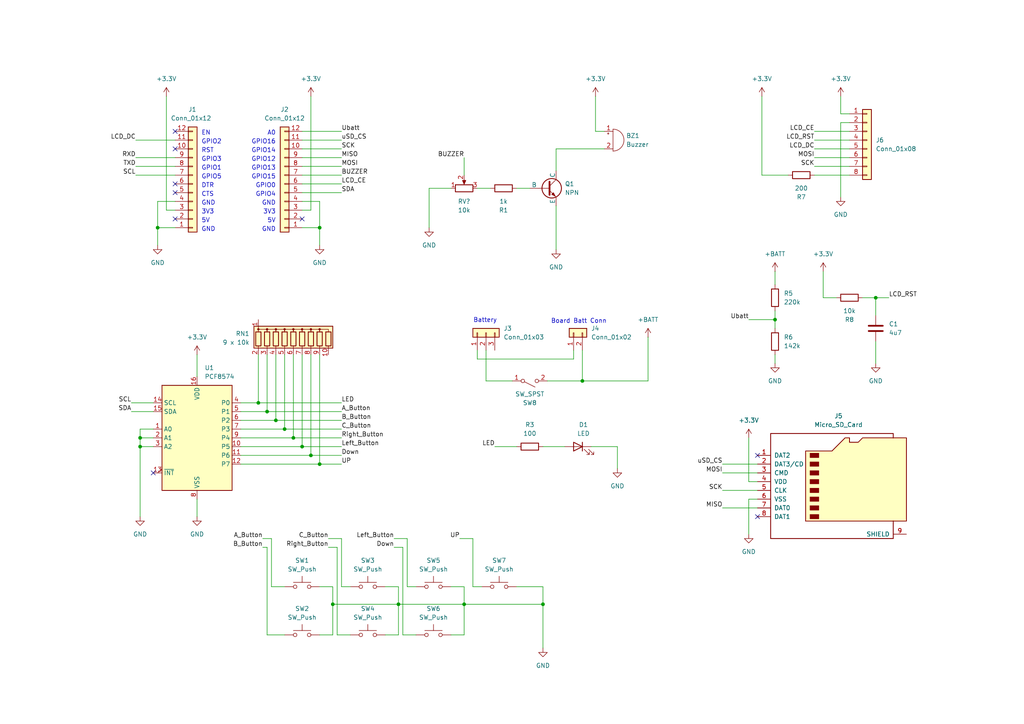
<source format=kicad_sch>
(kicad_sch (version 20250114) (generator "eeschema") (generator_version "9.0")
  (paper "A4")
  (lib_symbols
    (symbol "Connector:Micro_SD_Card" (pin_names (offset 1.016))
      (property "Reference" "J" (at -16.51 15.24 0))
      (property "Value" "Micro_SD_Card" (at 16.51 15.24 0))
      (symbol "Micro_SD_Card_0_1"
        (polyline (pts (xy -8.89 -11.43) (xy -8.89 8.89) (xy -1.27 8.89) (xy 2.54 12.7) (xy 3.81 12.7) (xy 3.81 11.43) (xy 6.35 11.43) (xy 7.62 12.7) (xy 20.32 12.7) (xy 20.32 -11.43) (xy -8.89 -11.43)) (stroke (width 0.254)) (fill (type background)))
        (rectangle (start -7.62 8.255) (end -5.08 6.985) (fill (type outline)))
        (rectangle (start -7.62 5.715) (end -5.08 4.445) (fill (type outline)))
        (rectangle (start -7.62 3.175) (end -5.08 1.905) (fill (type outline)))
        (rectangle (start -7.62 0.635) (end -5.08 -0.635) (fill (type outline)))
        (rectangle (start -7.62 -1.905) (end -5.08 -3.175) (fill (type outline)))
        (rectangle (start -7.62 -4.445) (end -5.08 -5.715) (fill (type outline)))
        (rectangle (start -7.62 -6.985) (end -5.08 -8.255) (fill (type outline)))
        (rectangle (start -7.62 -9.525) (end -5.08 -10.795) (fill (type outline)))
        (polyline (pts (xy 16.51 12.7) (xy 16.51 13.97) (xy -19.05 13.97) (xy -19.05 -16.51) (xy 16.51 -16.51) (xy 16.51 -11.43)) (stroke (width 0.254)))
      )
      (symbol "Micro_SD_Card_1_1"
        (pin bidirectional line (at -22.86 7.62 0) (length 3.81) (name "DAT2") (number "1"))
        (pin bidirectional line (at -22.86 5.08 0) (length 3.81) (name "DAT3/CD") (number "2"))
        (pin input line (at -22.86 2.54 0) (length 3.81) (name "CMD") (number "3"))
        (pin power_in line (at -22.86 0 0) (length 3.81) (name "VDD") (number "4"))
        (pin input line (at -22.86 -2.54 0) (length 3.81) (name "CLK") (number "5"))
        (pin power_in line (at -22.86 -5.08 0) (length 3.81) (name "VSS") (number "6"))
        (pin bidirectional line (at -22.86 -7.62 0) (length 3.81) (name "DAT0") (number "7"))
        (pin bidirectional line (at -22.86 -10.16 0) (length 3.81) (name "DAT1") (number "8"))
        (pin passive line (at 20.32 -15.24 180) (length 3.81) (name "SHIELD") (number "9"))
      )
    )
    (symbol "Connector_Generic:Conn_01x02" (pin_names (offset 1.016) (hide yes))
      (property "Reference" "J" (at 0 2.54 0))
      (property "Value" "Conn_01x02" (at 0 -5.08 0))
      (symbol "Conn_01x02_1_1"
        (rectangle (start -1.27 1.27) (end 1.27 -3.81) (stroke (width 0.254)) (fill (type background)))
        (rectangle (start -1.27 0.127) (end 0 -0.127) (stroke (width 0.1524)))
        (rectangle (start -1.27 -2.413) (end 0 -2.667) (stroke (width 0.1524)))
        (pin passive line (at -5.08 0 0) (length 3.81) (name "Pin_1") (number "1"))
        (pin passive line (at -5.08 -2.54 0) (length 3.81) (name "Pin_2") (number "2"))
      )
    )
    (symbol "Connector_Generic:Conn_01x03" (pin_names (offset 1.016) (hide yes))
      (property "Reference" "J" (at 0 5.08 0))
      (property "Value" "Conn_01x03" (at 0 -5.08 0))
      (symbol "Conn_01x03_1_1"
        (rectangle (start -1.27 3.81) (end 1.27 -3.81) (stroke (width 0.254)) (fill (type background)))
        (rectangle (start -1.27 2.667) (end 0 2.413) (stroke (width 0.1524)))
        (rectangle (start -1.27 0.127) (end 0 -0.127) (stroke (width 0.1524)))
        (rectangle (start -1.27 -2.413) (end 0 -2.667) (stroke (width 0.1524)))
        (pin passive line (at -5.08 2.54 0) (length 3.81) (name "Pin_1") (number "1"))
        (pin passive line (at -5.08 0 0) (length 3.81) (name "Pin_2") (number "2"))
        (pin passive line (at -5.08 -2.54 0) (length 3.81) (name "Pin_3") (number "3"))
      )
    )
    (symbol "Connector_Generic:Conn_01x08" (pin_names (offset 1.016) (hide yes))
      (property "Reference" "J" (at 0 10.16 0))
      (property "Value" "Conn_01x08" (at 0 -12.7 0))
      (symbol "Conn_01x08_1_1"
        (rectangle (start -1.27 8.89) (end 1.27 -11.43) (stroke (width 0.254)) (fill (type background)))
        (rectangle (start -1.27 7.747) (end 0 7.493) (stroke (width 0.1524)))
        (rectangle (start -1.27 5.207) (end 0 4.953) (stroke (width 0.1524)))
        (rectangle (start -1.27 2.667) (end 0 2.413) (stroke (width 0.1524)))
        (rectangle (start -1.27 0.127) (end 0 -0.127) (stroke (width 0.1524)))
        (rectangle (start -1.27 -2.413) (end 0 -2.667) (stroke (width 0.1524)))
        (rectangle (start -1.27 -4.953) (end 0 -5.207) (stroke (width 0.1524)))
        (rectangle (start -1.27 -7.493) (end 0 -7.747) (stroke (width 0.1524)))
        (rectangle (start -1.27 -10.033) (end 0 -10.287) (stroke (width 0.1524)))
        (pin passive line (at -5.08 7.62 0) (length 3.81) (name "Pin_1") (number "1"))
        (pin passive line (at -5.08 5.08 0) (length 3.81) (name "Pin_2") (number "2"))
        (pin passive line (at -5.08 2.54 0) (length 3.81) (name "Pin_3") (number "3"))
        (pin passive line (at -5.08 0 0) (length 3.81) (name "Pin_4") (number "4"))
        (pin passive line (at -5.08 -2.54 0) (length 3.81) (name "Pin_5") (number "5"))
        (pin passive line (at -5.08 -5.08 0) (length 3.81) (name "Pin_6") (number "6"))
        (pin passive line (at -5.08 -7.62 0) (length 3.81) (name "Pin_7") (number "7"))
        (pin passive line (at -5.08 -10.16 0) (length 3.81) (name "Pin_8") (number "8"))
      )
    )
    (symbol "Connector_Generic:Conn_01x12" (pin_names (offset 1.016) (hide yes))
      (property "Reference" "J" (at 0 15.24 0))
      (property "Value" "Conn_01x12" (at 0 -17.78 0))
      (symbol "Conn_01x12_1_1"
        (rectangle (start -1.27 13.97) (end 1.27 -16.51) (stroke (width 0.254)) (fill (type background)))
        (rectangle (start -1.27 12.827) (end 0 12.573) (stroke (width 0.1524)))
        (rectangle (start -1.27 10.287) (end 0 10.033) (stroke (width 0.1524)))
        (rectangle (start -1.27 7.747) (end 0 7.493) (stroke (width 0.1524)))
        (rectangle (start -1.27 5.207) (end 0 4.953) (stroke (width 0.1524)))
        (rectangle (start -1.27 2.667) (end 0 2.413) (stroke (width 0.1524)))
        (rectangle (start -1.27 0.127) (end 0 -0.127) (stroke (width 0.1524)))
        (rectangle (start -1.27 -2.413) (end 0 -2.667) (stroke (width 0.1524)))
        (rectangle (start -1.27 -4.953) (end 0 -5.207) (stroke (width 0.1524)))
        (rectangle (start -1.27 -7.493) (end 0 -7.747) (stroke (width 0.1524)))
        (rectangle (start -1.27 -10.033) (end 0 -10.287) (stroke (width 0.1524)))
        (rectangle (start -1.27 -12.573) (end 0 -12.827) (stroke (width 0.1524)))
        (rectangle (start -1.27 -15.113) (end 0 -15.367) (stroke (width 0.1524)))
        (pin passive line (at -5.08 12.7 0) (length 3.81) (name "Pin_1") (number "1"))
        (pin passive line (at -5.08 10.16 0) (length 3.81) (name "Pin_2") (number "2"))
        (pin passive line (at -5.08 7.62 0) (length 3.81) (name "Pin_3") (number "3"))
        (pin passive line (at -5.08 5.08 0) (length 3.81) (name "Pin_4") (number "4"))
        (pin passive line (at -5.08 2.54 0) (length 3.81) (name "Pin_5") (number "5"))
        (pin passive line (at -5.08 0 0) (length 3.81) (name "Pin_6") (number "6"))
        (pin passive line (at -5.08 -2.54 0) (length 3.81) (name "Pin_7") (number "7"))
        (pin passive line (at -5.08 -5.08 0) (length 3.81) (name "Pin_8") (number "8"))
        (pin passive line (at -5.08 -7.62 0) (length 3.81) (name "Pin_9") (number "9"))
        (pin passive line (at -5.08 -10.16 0) (length 3.81) (name "Pin_10") (number "10"))
        (pin passive line (at -5.08 -12.7 0) (length 3.81) (name "Pin_11") (number "11"))
        (pin passive line (at -5.08 -15.24 0) (length 3.81) (name "Pin_12") (number "12"))
      )
    )
    (symbol "Device:Buzzer" (pin_names (offset 0.0254) (hide yes))
      (property "Reference" "BZ" (at 3.81 1.27 0))
      (property "Value" "Buzzer" (at 3.81 -1.27 0))
      (symbol "Buzzer_0_1"
        (polyline (pts (xy -1.651 1.905) (xy -1.143 1.905)))
        (polyline (pts (xy -1.397 2.159) (xy -1.397 1.651)))
        (arc (start 0 3.175) (mid 3.1612 0) (end 0 -3.175))
        (polyline (pts (xy 0 3.175) (xy 0 -3.175)))
      )
      (symbol "Buzzer_1_1"
        (pin passive line (at -2.54 2.54 0) (length 2.54) (name "-") (number "1"))
        (pin passive line (at -2.54 -2.54 0) (length 2.54) (name "+") (number "2"))
      )
    )
    (symbol "Device:C" (pin_numbers (hide yes)) (pin_names (offset 0.254))
      (property "Reference" "C" (at 0.635 2.54 0))
      (property "Value" "C" (at 0.635 -2.54 0))
      (symbol "C_0_1"
        (polyline (pts (xy -2.032 0.762) (xy 2.032 0.762)) (stroke (width 0.508)))
        (polyline (pts (xy -2.032 -0.762) (xy 2.032 -0.762)) (stroke (width 0.508)))
      )
      (symbol "C_1_1"
        (pin passive line (at 0 3.81 270) (length 2.794) (name "~") (number "1"))
        (pin passive line (at 0 -3.81 90) (length 2.794) (name "~") (number "2"))
      )
    )
    (symbol "Device:LED" (pin_numbers (hide yes)) (pin_names (offset 1.016) (hide yes))
      (property "Reference" "D" (at 0 2.54 0))
      (property "Value" "LED" (at 0 -2.54 0))
      (symbol "LED_0_1"
        (polyline (pts (xy -3.048 -0.762) (xy -4.572 -2.286) (xy -3.81 -2.286) (xy -4.572 -2.286) (xy -4.572 -1.524)))
        (polyline (pts (xy -1.778 -0.762) (xy -3.302 -2.286) (xy -2.54 -2.286) (xy -3.302 -2.286) (xy -3.302 -1.524)))
        (polyline (pts (xy -1.27 0) (xy 1.27 0)))
        (polyline (pts (xy -1.27 -1.27) (xy -1.27 1.27)) (stroke (width 0.254)))
        (polyline (pts (xy 1.27 -1.27) (xy 1.27 1.27) (xy -1.27 0) (xy 1.27 -1.27)) (stroke (width 0.254)))
      )
      (symbol "LED_1_1"
        (pin passive line (at -3.81 0 0) (length 2.54) (name "K") (number "1"))
        (pin passive line (at 3.81 0 180) (length 2.54) (name "A") (number "2"))
      )
    )
    (symbol "Device:R" (pin_numbers (hide yes)) (pin_names (offset 0))
      (property "Reference" "R" (at 2.032 0 90))
      (property "Value" "R" (at 0 0 90))
      (symbol "R_0_1"
        (rectangle (start -1.016 -2.54) (end 1.016 2.54) (stroke (width 0.254)))
      )
      (symbol "R_1_1"
        (pin passive line (at 0 3.81 270) (length 1.27) (name "~") (number "1"))
        (pin passive line (at 0 -3.81 90) (length 1.27) (name "~") (number "2"))
      )
    )
    (symbol "Device:R_Network09" (pin_names (offset 0) (hide yes))
      (property "Reference" "RN" (at -12.7 0 90))
      (property "Value" "R_Network09" (at 12.7 0 90))
      (symbol "R_Network09_0_1"
        (rectangle (start -11.43 -3.175) (end 11.43 3.175) (stroke (width 0.254)) (fill (type background)))
        (rectangle (start -10.922 1.524) (end -9.398 -2.54) (stroke (width 0.254)))
        (circle (center -10.16 2.286) (radius 0.254) (fill (type outline)))
        (polyline (pts (xy -10.16 1.524) (xy -10.16 2.286) (xy -7.62 2.286) (xy -7.62 1.524)))
        (polyline (pts (xy -10.16 -2.54) (xy -10.16 -3.81)))
        (rectangle (start -8.382 1.524) (end -6.858 -2.54) (stroke (width 0.254)))
        (circle (center -7.62 2.286) (radius 0.254) (fill (type outline)))
        (polyline (pts (xy -7.62 1.524) (xy -7.62 2.286) (xy -5.08 2.286) (xy -5.08 1.524)))
        (polyline (pts (xy -7.62 -2.54) (xy -7.62 -3.81)))
        (rectangle (start -5.842 1.524) (end -4.318 -2.54) (stroke (width 0.254)))
        (circle (center -5.08 2.286) (radius 0.254) (fill (type outline)))
        (polyline (pts (xy -5.08 1.524) (xy -5.08 2.286) (xy -2.54 2.286) (xy -2.54 1.524)))
        (polyline (pts (xy -5.08 -2.54) (xy -5.08 -3.81)))
        (rectangle (start -3.302 1.524) (end -1.778 -2.54) (stroke (width 0.254)))
        (circle (center -2.54 2.286) (radius 0.254) (fill (type outline)))
        (polyline (pts (xy -2.54 1.524) (xy -2.54 2.286) (xy 0 2.286) (xy 0 1.524)))
        (polyline (pts (xy -2.54 -2.54) (xy -2.54 -3.81)))
        (rectangle (start -0.762 1.524) (end 0.762 -2.54) (stroke (width 0.254)))
        (circle (center 0 2.286) (radius 0.254) (fill (type outline)))
        (polyline (pts (xy 0 1.524) (xy 0 2.286) (xy 2.54 2.286) (xy 2.54 1.524)))
        (polyline (pts (xy 0 -2.54) (xy 0 -3.81)))
        (rectangle (start 1.778 1.524) (end 3.302 -2.54) (stroke (width 0.254)))
        (circle (center 2.54 2.286) (radius 0.254) (fill (type outline)))
        (polyline (pts (xy 2.54 1.524) (xy 2.54 2.286) (xy 5.08 2.286) (xy 5.08 1.524)))
        (polyline (pts (xy 2.54 -2.54) (xy 2.54 -3.81)))
        (rectangle (start 4.318 1.524) (end 5.842 -2.54) (stroke (width 0.254)))
        (circle (center 5.08 2.286) (radius 0.254) (fill (type outline)))
        (polyline (pts (xy 5.08 1.524) (xy 5.08 2.286) (xy 7.62 2.286) (xy 7.62 1.524)))
        (polyline (pts (xy 5.08 -2.54) (xy 5.08 -3.81)))
        (rectangle (start 6.858 1.524) (end 8.382 -2.54) (stroke (width 0.254)))
        (circle (center 7.62 2.286) (radius 0.254) (fill (type outline)))
        (polyline (pts (xy 7.62 1.524) (xy 7.62 2.286) (xy 10.16 2.286) (xy 10.16 1.524)))
        (polyline (pts (xy 7.62 -2.54) (xy 7.62 -3.81)))
        (rectangle (start 9.398 1.524) (end 10.922 -2.54) (stroke (width 0.254)))
        (polyline (pts (xy 10.16 -2.54) (xy 10.16 -3.81)))
      )
      (symbol "R_Network09_1_1"
        (pin passive line (at -10.16 5.08 270) (length 2.54) (name "common") (number "1"))
        (pin passive line (at -10.16 -5.08 90) (length 1.27) (name "R1") (number "2"))
        (pin passive line (at -7.62 -5.08 90) (length 1.27) (name "R2") (number "3"))
        (pin passive line (at -5.08 -5.08 90) (length 1.27) (name "R3") (number "4"))
        (pin passive line (at -2.54 -5.08 90) (length 1.27) (name "R4") (number "5"))
        (pin passive line (at 0 -5.08 90) (length 1.27) (name "R5") (number "6"))
        (pin passive line (at 2.54 -5.08 90) (length 1.27) (name "R6") (number "7"))
        (pin passive line (at 5.08 -5.08 90) (length 1.27) (name "R7") (number "8"))
        (pin passive line (at 7.62 -5.08 90) (length 1.27) (name "R8") (number "9"))
        (pin passive line (at 10.16 -5.08 90) (length 1.27) (name "R9") (number "10"))
      )
    )
    (symbol "Device:R_Potentiometer" (pin_names (offset 1.016) (hide yes))
      (property "Reference" "RV" (at -4.445 0 90))
      (property "Value" "R_Potentiometer" (at -2.54 0 90))
      (symbol "R_Potentiometer_0_1"
        (rectangle (start 1.016 2.54) (end -1.016 -2.54) (stroke (width 0.254)))
        (polyline (pts (xy 1.143 0) (xy 2.286 0.508) (xy 2.286 -0.508) (xy 1.143 0)) (fill (type outline)))
        (polyline (pts (xy 2.54 0) (xy 1.524 0)))
      )
      (symbol "R_Potentiometer_1_1"
        (pin passive line (at 0 3.81 270) (length 1.27) (name "1") (number "1"))
        (pin passive line (at 0 -3.81 90) (length 1.27) (name "3") (number "3"))
        (pin passive line (at 3.81 0 180) (length 1.27) (name "2") (number "2"))
      )
    )
    (symbol "Interface_Expansion:PCF8574"
      (property "Reference" "U" (at -8.89 16.51 0))
      (property "Value" "PCF8574" (at 2.54 16.51 0))
      (symbol "PCF8574_0_1"
        (rectangle (start -10.16 15.24) (end 10.16 -15.24) (stroke (width 0.254)) (fill (type background)))
      )
      (symbol "PCF8574_1_1"
        (pin input line (at -12.7 10.16 0) (length 2.54) (name "SCL") (number "14"))
        (pin bidirectional line (at -12.7 7.62 0) (length 2.54) (name "SDA") (number "15"))
        (pin input line (at -12.7 2.54 0) (length 2.54) (name "A0") (number "1"))
        (pin input line (at -12.7 0 0) (length 2.54) (name "A1") (number "2"))
        (pin input line (at -12.7 -2.54 0) (length 2.54) (name "A2") (number "3"))
        (pin open_collector output_low (at -12.7 -10.16 0) (length 2.54) (name "~{INT}") (number "13"))
        (pin power_in line (at 0 17.78 270) (length 2.54) (name "VDD") (number "16"))
        (pin power_in line (at 0 -17.78 90) (length 2.54) (name "VSS") (number "8"))
        (pin bidirectional line (at 12.7 10.16 180) (length 2.54) (name "P0") (number "4"))
        (pin bidirectional line (at 12.7 7.62 180) (length 2.54) (name "P1") (number "5"))
        (pin bidirectional line (at 12.7 5.08 180) (length 2.54) (name "P2") (number "6"))
        (pin bidirectional line (at 12.7 2.54 180) (length 2.54) (name "P3") (number "7"))
        (pin bidirectional line (at 12.7 0 180) (length 2.54) (name "P4") (number "9"))
        (pin bidirectional line (at 12.7 -2.54 180) (length 2.54) (name "P5") (number "10"))
        (pin bidirectional line (at 12.7 -5.08 180) (length 2.54) (name "P6") (number "11"))
        (pin bidirectional line (at 12.7 -7.62 180) (length 2.54) (name "P7") (number "12"))
      )
    )
    (symbol "Simulation_SPICE:NPN" (pin_numbers (hide yes)) (pin_names (offset 0))
      (property "Reference" "Q" (at -2.54 7.62 0))
      (property "Value" "NPN" (at -2.54 5.08 0))
      (symbol "NPN_0_1"
        (polyline (pts (xy -2.54 0) (xy 0.635 0)) (stroke (width 0.1524)))
        (polyline (pts (xy 0.635 1.905) (xy 0.635 -1.905) (xy 0.635 -1.905)) (stroke (width 0.508)))
        (polyline (pts (xy 0.635 0.635) (xy 2.54 2.54)))
        (polyline (pts (xy 0.635 -0.635) (xy 2.54 -2.54) (xy 2.54 -2.54)))
        (circle (center 1.27 0) (radius 2.8194) (stroke (width 0.254)))
        (polyline (pts (xy 1.27 -1.778) (xy 1.778 -1.27) (xy 2.286 -2.286) (xy 1.27 -1.778) (xy 1.27 -1.778)) (fill (type outline)))
        (polyline (pts (xy 2.794 -1.27) (xy 2.794 -1.27)) (stroke (width 0.1524)))
        (polyline (pts (xy 2.794 -1.27) (xy 2.794 -1.27)) (stroke (width 0.1524)))
      )
      (symbol "NPN_1_1"
        (pin input line (at -5.08 0 0) (length 2.54) (name "B") (number "2"))
        (pin open_collector line (at 2.54 5.08 270) (length 2.54) (name "C") (number "1"))
        (pin open_emitter line (at 2.54 -5.08 90) (length 2.54) (name "E") (number "3"))
      )
    )
    (symbol "Switch:SW_Push" (pin_numbers (hide yes)) (pin_names (offset 1.016) (hide yes))
      (property "Reference" "SW" (at 1.27 2.54 0))
      (property "Value" "SW_Push" (at 0 -1.524 0))
      (symbol "SW_Push_0_1"
        (circle (center -2.032 0) (radius 0.508))
        (polyline (pts (xy 0 1.27) (xy 0 3.048)))
        (circle (center 2.032 0) (radius 0.508))
        (polyline (pts (xy 2.54 1.27) (xy -2.54 1.27)))
        (pin passive line (at -5.08 0 0) (length 2.54) (name "1") (number "1"))
        (pin passive line (at 5.08 0 180) (length 2.54) (name "2") (number "2"))
      )
    )
    (symbol "Switch:SW_SPST" (pin_names (offset 0) (hide yes))
      (property "Reference" "SW" (at 0 3.175 0))
      (property "Value" "SW_SPST" (at 0 -2.54 0))
      (symbol "SW_SPST_0_0"
        (circle (center -2.032 0) (radius 0.508))
        (polyline (pts (xy -1.524 0.254) (xy 1.524 1.778)))
        (circle (center 2.032 0) (radius 0.508))
      )
      (symbol "SW_SPST_1_1"
        (pin passive line (at -5.08 0 0) (length 2.54) (name "A") (number "1"))
        (pin passive line (at 5.08 0 180) (length 2.54) (name "B") (number "2"))
      )
    )
    (symbol "power:+3.3V" (power) (pin_names (offset 0))
      (property "Value" "+3.3V" (at 0 3.556 0))
      (symbol "+3.3V_0_1"
        (polyline (pts (xy -0.762 1.27) (xy 0 2.54)))
        (polyline (pts (xy 0 2.54) (xy 0.762 1.27)))
        (polyline (pts (xy 0 0) (xy 0 2.54)))
      )
      (symbol "+3.3V_1_1"
        (pin power_in line (at 0 0 90) (length 0) (hide yes) (name "+3.3V") (number "1"))
      )
    )
    (symbol "power:+BATT" (power) (pin_numbers (hide yes)) (pin_names (offset 0) (hide yes))
      (property "Value" "+BATT" (at 0 3.556 0))
      (symbol "+BATT_0_1"
        (polyline (pts (xy -0.762 1.27) (xy 0 2.54)))
        (polyline (pts (xy 0 2.54) (xy 0.762 1.27)))
        (polyline (pts (xy 0 0) (xy 0 2.54)))
      )
      (symbol "+BATT_1_1"
        (pin power_in line (at 0 0 90) (length 0) (name "~") (number "1"))
      )
    )
    (symbol "power:GND" (power) (pin_names (offset 0))
      (property "Value" "GND" (at 0 -3.81 0))
      (symbol "GND_0_1"
        (polyline (pts (xy 0 0) (xy 0 -1.27) (xy 1.27 -1.27) (xy 0 -2.54) (xy -1.27 -1.27) (xy 0 -1.27)))
      )
      (symbol "GND_1_1"
        (pin power_in line (at 0 0 270) (length 0) (hide yes) (name "GND") (number "1"))
      )
    )
  )
  (text "GND" (at 80.01 59.69 0) (effects (font (size 1.27 1.27)) (justify right bottom)))
  (text "GPIO12" (at 80.01 46.99 0) (effects (font (size 1.27 1.27)) (justify right bottom)))
  (text "5V" (at 80.01 64.77 0) (effects (font (size 1.27 1.27)) (justify right bottom)))
  (text "A0" (at 80.01 39.37 0) (effects (font (size 1.27 1.27)) (justify right bottom)))
  (text "GPIO2" (at 58.42 41.91 0) (effects (font (size 1.27 1.27)) (justify left bottom)))
  (text "GPIO4" (at 80.01 57.15 0) (effects (font (size 1.27 1.27)) (justify right bottom)))
  (text "GND" (at 58.42 67.31 0) (effects (font (size 1.27 1.27)) (justify left bottom)))
  (text "RST" (at 58.42 44.45 0) (effects (font (size 1.27 1.27)) (justify left bottom)))
  (text "GPIO5" (at 58.42 52.07 0) (effects (font (size 1.27 1.27)) (justify left bottom)))
  (text "GPIO16" (at 80.01 41.91 0) (effects (font (size 1.27 1.27)) (justify right bottom)))
  (text "CTS" (at 58.42 57.15 0) (effects (font (size 1.27 1.27)) (justify left bottom)))
  (text "GPIO1" (at 58.42 49.53 0) (effects (font (size 1.27 1.27)) (justify left bottom)))
  (text "Battery" (at 140.716 92.964 0) (effects (font (size 1.27 1.27))))
  (text "GND" (at 58.42 59.69 0) (effects (font (size 1.27 1.27)) (justify left bottom)))
  (text "3V3" (at 58.42 62.23 0) (effects (font (size 1.27 1.27)) (justify left bottom)))
  (text "DTR" (at 58.42 54.61 0) (effects (font (size 1.27 1.27)) (justify left bottom)))
  (text "Board Batt Conn" (at 167.894 93.218 0) (effects (font (size 1.27 1.27))))
  (text "5V" (at 58.42 64.77 0) (effects (font (size 1.27 1.27)) (justify left bottom)))
  (text "GPIO3" (at 58.42 46.99 0) (effects (font (size 1.27 1.27)) (justify left bottom)))
  (text "EN" (at 58.42 39.37 0) (effects (font (size 1.27 1.27)) (justify left bottom)))
  (text "3V3" (at 80.01 62.23 0) (effects (font (size 1.27 1.27)) (justify right bottom)))
  (text "GND" (at 80.01 67.31 0) (effects (font (size 1.27 1.27)) (justify right bottom)))
  (text "GPIO13" (at 80.01 49.53 0) (effects (font (size 1.27 1.27)) (justify right bottom)))
  (text "GPIO14" (at 80.01 44.45 0) (effects (font (size 1.27 1.27)) (justify right bottom)))
  (text "GPIO15" (at 80.01 52.07 0) (effects (font (size 1.27 1.27)) (justify right bottom)))
  (text "GPIO0" (at 80.01 54.61 0) (effects (font (size 1.27 1.27)) (justify right bottom)))
  (junction (at 254 86.36))
  (junction (at 96.52 175.26))
  (junction (at 87.63 129.54))
  (junction (at 85.09 127))
  (junction (at 90.17 132.08))
  (junction (at 92.71 66.04))
  (junction (at 92.71 134.62))
  (junction (at 82.55 124.46))
  (junction (at 74.93 116.84))
  (junction (at 40.64 127))
  (junction (at 134.62 175.26))
  (junction (at 115.57 175.26))
  (junction (at 40.64 129.54))
  (junction (at 80.01 121.92))
  (junction (at 45.72 66.04))
  (junction (at 77.47 119.38))
  (junction (at 224.79 92.71))
  (junction (at 157.48 175.26))
  (junction (at 168.91 110.49))
  (no_connect (at 87.63 63.5))
  (no_connect (at 50.8 55.88))
  (no_connect (at 50.8 63.5))
  (no_connect (at 219.71 132.08))
  (no_connect (at 44.45 137.16))
  (no_connect (at 50.8 43.18))
  (no_connect (at 50.8 53.34))
  (no_connect (at 219.71 149.86))
  (no_connect (at 50.8 38.1))
  (wire (pts (xy 76.2 158.75) (xy 77.47 158.75)))
  (wire (pts (xy 209.55 147.32) (xy 219.71 147.32)))
  (wire (pts (xy 243.84 57.15) (xy 243.84 35.56)))
  (wire (pts (xy 118.11 170.18) (xy 120.65 170.18)))
  (wire (pts (xy 69.85 121.92) (xy 80.01 121.92)))
  (wire (pts (xy 77.47 119.38) (xy 99.06 119.38)))
  (wire (pts (xy 87.63 58.42) (xy 92.71 58.42)))
  (wire (pts (xy 236.22 45.72) (xy 246.38 45.72)))
  (wire (pts (xy 124.46 54.61) (xy 130.81 54.61)))
  (wire (pts (xy 172.72 27.94) (xy 172.72 38.1)))
  (wire (pts (xy 38.1 119.38) (xy 44.45 119.38)))
  (wire (pts (xy 96.52 175.26) (xy 115.57 175.26)))
  (wire (pts (xy 134.62 170.18) (xy 134.62 175.26)))
  (wire (pts (xy 115.57 184.15) (xy 115.57 175.26)))
  (wire (pts (xy 130.81 170.18) (xy 134.62 170.18)))
  (wire (pts (xy 69.85 124.46) (xy 82.55 124.46)))
  (wire (pts (xy 95.25 156.21) (xy 99.06 156.21)))
  (wire (pts (xy 90.17 27.94) (xy 90.17 60.96)))
  (wire (pts (xy 69.85 132.08) (xy 90.17 132.08)))
  (wire (pts (xy 137.16 156.21) (xy 137.16 170.18)))
  (wire (pts (xy 40.64 149.86) (xy 40.64 129.54)))
  (wire (pts (xy 45.72 58.42) (xy 45.72 66.04)))
  (wire (pts (xy 209.55 134.62) (xy 219.71 134.62)))
  (wire (pts (xy 87.63 129.54) (xy 99.06 129.54)))
  (wire (pts (xy 114.3 158.75) (xy 116.84 158.75)))
  (wire (pts (xy 130.81 184.15) (xy 134.62 184.15)))
  (wire (pts (xy 166.37 104.14) (xy 166.37 101.6)))
  (wire (pts (xy 137.16 170.18) (xy 139.7 170.18)))
  (wire (pts (xy 90.17 102.87) (xy 90.17 132.08)))
  (wire (pts (xy 220.98 27.94) (xy 220.98 50.8)))
  (wire (pts (xy 50.8 58.42) (xy 45.72 58.42)))
  (wire (pts (xy 111.76 184.15) (xy 115.57 184.15)))
  (wire (pts (xy 134.62 45.72) (xy 134.62 50.8)))
  (wire (pts (xy 39.37 50.8) (xy 50.8 50.8)))
  (wire (pts (xy 243.84 33.02) (xy 243.84 27.94)))
  (wire (pts (xy 78.74 156.21) (xy 78.74 170.18)))
  (wire (pts (xy 219.71 144.78) (xy 217.17 144.78)))
  (wire (pts (xy 69.85 116.84) (xy 74.93 116.84)))
  (wire (pts (xy 77.47 158.75) (xy 77.47 184.15)))
  (wire (pts (xy 92.71 184.15) (xy 96.52 184.15)))
  (wire (pts (xy 39.37 48.26) (xy 50.8 48.26)))
  (wire (pts (xy 236.22 50.8) (xy 246.38 50.8)))
  (wire (pts (xy 87.63 40.64) (xy 99.06 40.64)))
  (wire (pts (xy 157.48 129.54) (xy 163.83 129.54)))
  (wire (pts (xy 140.97 110.49) (xy 148.59 110.49)))
  (wire (pts (xy 87.63 45.72) (xy 99.06 45.72)))
  (wire (pts (xy 134.62 175.26) (xy 157.48 175.26)))
  (wire (pts (xy 57.15 102.87) (xy 57.15 109.22)))
  (wire (pts (xy 149.86 54.61) (xy 153.67 54.61)))
  (wire (pts (xy 115.57 170.18) (xy 115.57 175.26)))
  (wire (pts (xy 238.76 78.74) (xy 238.76 86.36)))
  (wire (pts (xy 118.11 156.21) (xy 118.11 170.18)))
  (wire (pts (xy 187.96 97.79) (xy 187.96 110.49)))
  (wire (pts (xy 38.1 116.84) (xy 44.45 116.84)))
  (wire (pts (xy 115.57 175.26) (xy 134.62 175.26)))
  (wire (pts (xy 236.22 38.1) (xy 246.38 38.1)))
  (wire (pts (xy 44.45 124.46) (xy 40.64 124.46)))
  (wire (pts (xy 97.79 158.75) (xy 97.79 184.15)))
  (wire (pts (xy 40.64 127) (xy 40.64 129.54)))
  (wire (pts (xy 90.17 132.08) (xy 99.06 132.08)))
  (wire (pts (xy 85.09 102.87) (xy 85.09 127)))
  (wire (pts (xy 95.25 158.75) (xy 97.79 158.75)))
  (wire (pts (xy 40.64 129.54) (xy 44.45 129.54)))
  (wire (pts (xy 116.84 184.15) (xy 120.65 184.15)))
  (wire (pts (xy 236.22 43.18) (xy 246.38 43.18)))
  (wire (pts (xy 69.85 134.62) (xy 92.71 134.62)))
  (wire (pts (xy 87.63 102.87) (xy 87.63 129.54)))
  (wire (pts (xy 157.48 175.26) (xy 157.48 170.18)))
  (wire (pts (xy 157.48 170.18) (xy 149.86 170.18)))
  (wire (pts (xy 224.79 102.87) (xy 224.79 105.41)))
  (wire (pts (xy 69.85 129.54) (xy 87.63 129.54)))
  (wire (pts (xy 57.15 144.78) (xy 57.15 149.86)))
  (wire (pts (xy 236.22 40.64) (xy 246.38 40.64)))
  (wire (pts (xy 50.8 60.96) (xy 48.26 60.96)))
  (wire (pts (xy 39.37 40.64) (xy 50.8 40.64)))
  (wire (pts (xy 87.63 55.88) (xy 99.06 55.88)))
  (wire (pts (xy 224.79 90.17) (xy 224.79 92.71)))
  (wire (pts (xy 87.63 53.34) (xy 99.06 53.34)))
  (wire (pts (xy 99.06 156.21) (xy 99.06 170.18)))
  (wire (pts (xy 209.55 142.24) (xy 219.71 142.24)))
  (wire (pts (xy 80.01 102.87) (xy 80.01 121.92)))
  (wire (pts (xy 82.55 102.87) (xy 82.55 124.46)))
  (wire (pts (xy 161.29 43.18) (xy 175.26 43.18)))
  (wire (pts (xy 175.26 38.1) (xy 172.72 38.1)))
  (wire (pts (xy 220.98 50.8) (xy 228.6 50.8)))
  (wire (pts (xy 250.19 86.36) (xy 254 86.36)))
  (wire (pts (xy 45.72 66.04) (xy 45.72 71.12)))
  (wire (pts (xy 69.85 119.38) (xy 77.47 119.38)))
  (wire (pts (xy 238.76 86.36) (xy 242.57 86.36)))
  (wire (pts (xy 80.01 121.92) (xy 99.06 121.92)))
  (wire (pts (xy 243.84 35.56) (xy 246.38 35.56)))
  (wire (pts (xy 82.55 124.46) (xy 99.06 124.46)))
  (wire (pts (xy 158.75 110.49) (xy 168.91 110.49)))
  (wire (pts (xy 217.17 144.78) (xy 217.17 154.94)))
  (wire (pts (xy 138.43 101.6) (xy 138.43 104.14)))
  (wire (pts (xy 217.17 92.71) (xy 224.79 92.71)))
  (wire (pts (xy 92.71 58.42) (xy 92.71 66.04)))
  (wire (pts (xy 224.79 92.71) (xy 224.79 95.25)))
  (wire (pts (xy 179.07 129.54) (xy 179.07 135.89)))
  (wire (pts (xy 134.62 184.15) (xy 134.62 175.26)))
  (wire (pts (xy 161.29 59.69) (xy 161.29 72.39)))
  (wire (pts (xy 217.17 127) (xy 217.17 139.7)))
  (wire (pts (xy 39.37 45.72) (xy 50.8 45.72)))
  (wire (pts (xy 254 86.36) (xy 257.81 86.36)))
  (wire (pts (xy 40.64 124.46) (xy 40.64 127)))
  (wire (pts (xy 168.91 101.6) (xy 168.91 110.49)))
  (wire (pts (xy 87.63 48.26) (xy 99.06 48.26)))
  (wire (pts (xy 69.85 127) (xy 85.09 127)))
  (wire (pts (xy 77.47 184.15) (xy 82.55 184.15)))
  (wire (pts (xy 44.45 127) (xy 40.64 127)))
  (wire (pts (xy 236.22 48.26) (xy 246.38 48.26)))
  (wire (pts (xy 87.63 43.18) (xy 99.06 43.18)))
  (wire (pts (xy 97.79 184.15) (xy 101.6 184.15)))
  (wire (pts (xy 92.71 102.87) (xy 92.71 134.62)))
  (wire (pts (xy 157.48 187.96) (xy 157.48 175.26)))
  (wire (pts (xy 246.38 33.02) (xy 243.84 33.02)))
  (wire (pts (xy 87.63 38.1) (xy 99.06 38.1)))
  (wire (pts (xy 92.71 170.18) (xy 96.52 170.18)))
  (wire (pts (xy 138.43 104.14) (xy 166.37 104.14)))
  (wire (pts (xy 140.97 101.6) (xy 140.97 110.49)))
  (wire (pts (xy 92.71 66.04) (xy 87.63 66.04)))
  (wire (pts (xy 74.93 116.84) (xy 99.06 116.84)))
  (wire (pts (xy 96.52 184.15) (xy 96.52 175.26)))
  (wire (pts (xy 254 99.06) (xy 254 105.41)))
  (wire (pts (xy 74.93 102.87) (xy 74.93 116.84)))
  (wire (pts (xy 161.29 49.53) (xy 161.29 43.18)))
  (wire (pts (xy 92.71 71.12) (xy 92.71 66.04)))
  (wire (pts (xy 187.96 110.49) (xy 168.91 110.49)))
  (wire (pts (xy 116.84 158.75) (xy 116.84 184.15)))
  (wire (pts (xy 99.06 170.18) (xy 101.6 170.18)))
  (wire (pts (xy 76.2 156.21) (xy 78.74 156.21)))
  (wire (pts (xy 96.52 170.18) (xy 96.52 175.26)))
  (wire (pts (xy 171.45 129.54) (xy 179.07 129.54)))
  (wire (pts (xy 124.46 66.04) (xy 124.46 54.61)))
  (wire (pts (xy 77.47 102.87) (xy 77.47 119.38)))
  (wire (pts (xy 48.26 60.96) (xy 48.26 27.94)))
  (wire (pts (xy 209.55 137.16) (xy 219.71 137.16)))
  (wire (pts (xy 133.35 156.21) (xy 137.16 156.21)))
  (wire (pts (xy 50.8 66.04) (xy 45.72 66.04)))
  (wire (pts (xy 114.3 156.21) (xy 118.11 156.21)))
  (wire (pts (xy 78.74 170.18) (xy 82.55 170.18)))
  (wire (pts (xy 138.43 54.61) (xy 142.24 54.61)))
  (wire (pts (xy 217.17 139.7) (xy 219.71 139.7)))
  (wire (pts (xy 111.76 170.18) (xy 115.57 170.18)))
  (wire (pts (xy 87.63 50.8) (xy 99.06 50.8)))
  (wire (pts (xy 254 86.36) (xy 254 91.44)))
  (wire (pts (xy 224.79 78.74) (xy 224.79 82.55)))
  (wire (pts (xy 90.17 60.96) (xy 87.63 60.96)))
  (wire (pts (xy 85.09 127) (xy 99.06 127)))
  (wire (pts (xy 143.51 129.54) (xy 149.86 129.54)))
  (wire (pts (xy 92.71 134.62) (xy 99.06 134.62)))
  (label "SCK" (at 236.22 48.26 180))
  (label "SCK" (at 99.06 43.18 0))
  (label "SCL" (at 38.1 116.84 180))
  (label "Ubatt" (at 99.06 38.1 0))
  (label "Left_Button" (at 99.06 129.54 0))
  (label "RXD" (at 39.37 45.72 180))
  (label "Right_Button" (at 99.06 127 0))
  (label "MISO" (at 209.55 147.32 180))
  (label "B_Button" (at 76.2 158.75 180))
  (label "Right_Button" (at 95.25 158.75 180))
  (label "LED" (at 143.51 129.54 180))
  (label "BUZZER" (at 99.06 50.8 0))
  (label "TXD" (at 39.37 48.26 180))
  (label "LCD_DC" (at 236.22 43.18 180))
  (label "SCL" (at 39.37 50.8 180))
  (label "BUZZER" (at 134.62 45.72 180))
  (label "A_Button" (at 99.06 119.38 0))
  (label "uSD_CS" (at 209.55 134.62 180))
  (label "Down" (at 99.06 132.08 0))
  (label "LCD_RST" (at 236.22 40.64 180))
  (label "Left_Button" (at 114.3 156.21 180))
  (label "uSD_CS" (at 99.06 40.64 0))
  (label "SDA" (at 99.06 55.88 0))
  (label "LCD_RST" (at 257.81 86.36 0))
  (label "UP" (at 133.35 156.21 180))
  (label "MOSI" (at 209.55 137.16 180))
  (label "A_Button" (at 76.2 156.21 180))
  (label "LCD_DC" (at 39.37 40.64 180))
  (label "SDA" (at 38.1 119.38 180))
  (label "MOSI" (at 236.22 45.72 180))
  (label "B_Button" (at 99.06 121.92 0))
  (label "UP" (at 99.06 134.62 0))
  (label "Ubatt" (at 217.17 92.71 180))
  (label "LCD_CE" (at 236.22 38.1 180))
  (label "Down" (at 114.3 158.75 180))
  (label "SCK" (at 209.55 142.24 180))
  (label "MISO" (at 99.06 45.72 0))
  (label "MOSI" (at 99.06 48.26 0))
  (label "LCD_CE" (at 99.06 53.34 0))
  (label "C_Button" (at 95.25 156.21 180))
  (label "LED" (at 99.06 116.84 0))
  (label "C_Button" (at 99.06 124.46 0))
  (symbol (lib_id "power:+3.3V") (at 172.72 27.94 0) (unit 1)
    (property "Reference" "#PWR08" (effects (hide yes)))
    (property "Value" "+3.3V" (at 172.72 22.86 0))
  )
  (symbol (lib_id "power:GND") (at 179.07 135.89 0) (unit 1)
    (property "Reference" "#PWR07" (effects (hide yes)))
    (property "Value" "GND" (at 179.07 140.97 0))
  )
  (symbol (lib_id "power:GND") (at 124.46 66.04 0) (unit 1)
    (property "Reference" "#PWR022" (effects (hide yes)))
    (property "Value" "GND" (at 124.46 71.12 0))
  )
  (symbol (lib_id "Switch:SW_Push") (at 144.78 170.18 0) (unit 1)
    (property "Reference" "SW7" (at 144.78 162.56 0))
    (property "Value" "SW_Push" (at 144.78 165.1 0))
  )
  (symbol (lib_id "power:+3.3V") (at 217.17 127 0) (unit 1)
    (property "Reference" "#PWR010" (effects (hide yes)))
    (property "Value" "+3.3V" (at 217.17 121.92 0))
  )
  (symbol (lib_id "Connector_Generic:Conn_01x08") (at 251.46 40.64 0) (unit 1)
    (property "Reference" "J6" (at 254 40.64 0) (effects (justify left)))
    (property "Value" "Conn_01x08" (at 254 43.18 0) (effects (justify left)))
  )
  (symbol (lib_id "power:+3.3V") (at 220.98 27.94 0) (unit 1)
    (property "Reference" "#PWR012" (effects (hide yes)))
    (property "Value" "+3.3V" (at 220.98 22.86 0))
  )
  (symbol (lib_id "Switch:SW_Push") (at 106.68 184.15 0) (unit 1)
    (property "Reference" "SW4" (at 106.68 176.53 0))
    (property "Value" "SW_Push" (at 106.68 179.07 0))
  )
  (symbol (lib_id "Device:R_Network09") (at 85.09 97.79 0) (unit 1)
    (property "Reference" "RN1" (at 72.39 96.774 0) (effects (justify right)))
    (property "Value" "9 x 10k" (at 72.39 99.314 0) (effects (justify right)))
    (property "Footprint" "Resistor_THT:R_Array_SIP10" (effects (hide yes)))
    (property "Datasheet" "http://www.vishay.com/docs/31509/csc.pdf" (effects (hide yes)))
  )
  (symbol (lib_id "power:GND") (at 224.79 105.41 0) (unit 1)
    (property "Reference" "#PWR014" (effects (hide yes)))
    (property "Value" "GND" (at 224.79 110.49 0))
  )
  (symbol (lib_id "Connector_Generic:Conn_01x03") (at 140.97 96.52 90) (unit 1)
    (property "Reference" "J3" (at 146.05 95.25 90) (effects (justify right)))
    (property "Value" "Conn_01x03" (at 146.05 97.79 90) (effects (justify right)))
  )
  (symbol (lib_id "Switch:SW_SPST") (at 153.67 110.49 0) (mirror x) (unit 1)
    (property "Reference" "SW8" (at 153.67 116.84 0))
    (property "Value" "SW_SPST" (at 153.67 114.3 0))
  )
  (symbol (lib_id "power:+3.3V") (at 48.26 27.94 0) (unit 1)
    (property "Reference" "#PWR02" (effects (hide yes)))
    (property "Value" "+3.3V" (at 48.26 22.86 0))
  )
  (symbol (lib_id "Switch:SW_Push") (at 87.63 184.15 0) (unit 1)
    (property "Reference" "SW2" (at 87.63 176.53 0))
    (property "Value" "SW_Push" (at 87.63 179.07 0))
  )
  (symbol (lib_id "power:+BATT") (at 187.96 97.79 0) (unit 1)
    (property "Reference" "#PWR09" (effects (hide yes)))
    (property "Value" "+BATT" (at 187.96 92.71 0))
    (property "Description" "Power symbol creates a global label with name \"+BATT\"" (effects (hide yes)))
  )
  (symbol (lib_id "power:GND") (at 40.64 149.86 0) (unit 1)
    (property "Reference" "#PWR021" (effects (hide yes)))
    (property "Value" "GND" (at 40.64 154.94 0))
  )
  (symbol (lib_id "power:GND") (at 45.72 71.12 0) (unit 1)
    (property "Reference" "#PWR01" (effects (hide yes)))
    (property "Value" "GND" (at 45.72 76.2 0))
  )
  (symbol (lib_id "Device:R") (at 146.05 54.61 90) (mirror x) (unit 1)
    (property "Reference" "R1" (at 146.05 60.96 90))
    (property "Value" "1k" (at 146.05 58.42 90))
  )
  (symbol (lib_id "power:+3.3V") (at 90.17 27.94 0) (unit 1)
    (property "Reference" "#PWR03" (effects (hide yes)))
    (property "Value" "+3.3V" (at 90.17 22.86 0))
  )
  (symbol (lib_id "power:GND") (at 243.84 57.15 0) (unit 1)
    (property "Reference" "#PWR017" (effects (hide yes)))
    (property "Value" "GND" (at 243.84 62.23 0))
  )
  (symbol (lib_id "Device:R") (at 232.41 50.8 270) (mirror x) (unit 1)
    (property "Reference" "R7" (at 232.41 57.15 90))
    (property "Value" "200" (at 232.41 54.61 90))
  )
  (symbol (lib_id "Switch:SW_Push") (at 87.63 170.18 0) (unit 1)
    (property "Reference" "SW1" (at 87.63 162.56 0))
    (property "Value" "SW_Push" (at 87.63 165.1 0))
  )
  (symbol (lib_id "Connector:Micro_SD_Card") (at 242.57 139.7 0) (unit 1)
    (property "Reference" "J5" (at 243.205 120.65 0))
    (property "Value" "Micro_SD_Card" (at 243.205 123.19 0))
    (property "Datasheet" "http://katalog.we-online.de/em/datasheet/693072010801.pdf" (effects (hide yes)))
  )
  (symbol (lib_id "Device:R_Potentiometer") (at 134.62 54.61 90) (unit 1)
    (property "Reference" "RV?" (at 134.62 58.42 90))
    (property "Value" "10k" (at 134.62 60.96 90))
    (property "Description" "Potentiometer" (effects (hide yes)))
  )
  (symbol (lib_id "Connector_Generic:Conn_01x12") (at 82.55 53.34 180) (unit 1)
    (property "Reference" "J2" (at 82.55 31.75 0))
    (property "Value" "Conn_01x12" (at 82.55 34.29 0))
  )
  (symbol (lib_id "power:+BATT") (at 224.79 78.74 0) (unit 1)
    (property "Reference" "#PWR013" (effects (hide yes)))
    (property "Value" "+BATT" (at 224.79 73.66 0))
    (property "Description" "Power symbol creates a global label with name \"+BATT\"" (effects (hide yes)))
  )
  (symbol (lib_id "power:+3.3V") (at 238.76 78.74 0) (unit 1)
    (property "Reference" "#PWR015" (effects (hide yes)))
    (property "Value" "+3.3V" (at 238.76 73.66 0))
  )
  (symbol (lib_id "power:GND") (at 92.71 71.12 0) (unit 1)
    (property "Reference" "#PWR04" (effects (hide yes)))
    (property "Value" "GND" (at 92.71 76.2 0))
  )
  (symbol (lib_id "Connector_Generic:Conn_01x02") (at 166.37 96.52 90) (unit 1)
    (property "Reference" "J4" (at 171.45 95.25 90) (effects (justify right)))
    (property "Value" "Conn_01x02" (at 171.45 97.79 90) (effects (justify right)))
  )
  (symbol (lib_id "power:GND") (at 254 105.41 0) (unit 1)
    (property "Reference" "#PWR018" (effects (hide yes)))
    (property "Value" "GND" (at 254 110.49 0))
  )
  (symbol (lib_id "Connector_Generic:Conn_01x12") (at 55.88 53.34 0) (mirror x) (unit 1)
    (property "Reference" "J1" (at 54.61 31.75 0) (effects (justify left)))
    (property "Value" "Conn_01x12" (at 49.53 34.29 0) (effects (justify left)))
  )
  (symbol (lib_id "Device:LED") (at 167.64 129.54 0) (mirror y) (unit 1)
    (property "Reference" "D1" (at 169.2275 123.19 0))
    (property "Value" "LED" (at 169.2275 125.73 0))
    (property "Description" "Light emitting diode" (effects (hide yes)))
    (property "Sim.Pins" "1=K 2=A" (effects (hide yes)))
  )
  (symbol (lib_id "power:GND") (at 157.48 187.96 0) (unit 1)
    (property "Reference" "#PWR05" (effects (hide yes)))
    (property "Value" "GND" (at 157.48 193.04 0))
  )
  (symbol (lib_id "power:+3.3V") (at 243.84 27.94 0) (unit 1)
    (property "Reference" "#PWR016" (effects (hide yes)))
    (property "Value" "+3.3V" (at 243.84 22.86 0))
  )
  (symbol (lib_id "Switch:SW_Push") (at 125.73 170.18 0) (unit 1)
    (property "Reference" "SW5" (at 125.73 162.56 0))
    (property "Value" "SW_Push" (at 125.73 165.1 0))
  )
  (symbol (lib_id "Device:C") (at 254 95.25 0) (unit 1)
    (property "Reference" "C1" (at 257.81 93.9799 0) (effects (justify left)))
    (property "Value" "4u7" (at 257.81 96.5199 0) (effects (justify left)))
    (property "Description" "Unpolarized capacitor" (effects (hide yes)))
  )
  (symbol (lib_id "Switch:SW_Push") (at 125.73 184.15 0) (unit 1)
    (property "Reference" "SW6" (at 125.73 176.53 0))
    (property "Value" "SW_Push" (at 125.73 179.07 0))
  )
  (symbol (lib_id "power:+3.3V") (at 57.15 102.87 0) (unit 1)
    (property "Reference" "#PWR019" (effects (hide yes)))
    (property "Value" "+3.3V" (at 57.15 97.79 0))
  )
  (symbol (lib_id "Device:R") (at 246.38 86.36 270) (mirror x) (unit 1)
    (property "Reference" "R8" (at 246.38 92.71 90))
    (property "Value" "10k" (at 246.38 90.17 90))
  )
  (symbol (lib_id "Interface_Expansion:PCF8574") (at 57.15 127 0) (unit 1)
    (property "Reference" "U1" (at 59.3441 106.68 0) (effects (justify left)))
    (property "Value" "PCF8574" (at 59.3441 109.22 0) (effects (justify left)))
    (property "Datasheet" "http://www.nxp.com/docs/en/data-sheet/PCF8574_PCF8574A.pdf" (effects (hide yes)))
  )
  (symbol (lib_id "power:GND") (at 161.29 72.39 0) (unit 1)
    (property "Reference" "#PWR06" (effects (hide yes)))
    (property "Value" "GND" (at 161.29 77.47 0))
  )
  (symbol (lib_id "Switch:SW_Push") (at 106.68 170.18 0) (unit 1)
    (property "Reference" "SW3" (at 106.68 162.56 0))
    (property "Value" "SW_Push" (at 106.68 165.1 0))
  )
  (symbol (lib_id "Device:R") (at 224.79 86.36 0) (unit 1)
    (property "Reference" "R5" (at 227.33 85.09 0) (effects (justify left)))
    (property "Value" "220k" (at 227.33 87.63 0) (effects (justify left)))
  )
  (symbol (lib_id "Device:R") (at 153.67 129.54 90) (unit 1)
    (property "Reference" "R3" (at 153.67 123.19 90))
    (property "Value" "100" (at 153.67 125.73 90))
  )
  (symbol (lib_id "power:GND") (at 57.15 149.86 0) (unit 1)
    (property "Reference" "#PWR020" (effects (hide yes)))
    (property "Value" "GND" (at 57.15 154.94 0))
  )
  (symbol (lib_id "Device:Buzzer") (at 177.8 40.64 0) (unit 1)
    (property "Reference" "BZ1" (at 181.61 39.37 0) (effects (justify left)))
    (property "Value" "Buzzer" (at 181.61 41.91 0) (effects (justify left)))
  )
  (symbol (lib_id "Simulation_SPICE:NPN") (at 158.75 54.61 0) (unit 1)
    (property "Reference" "Q1" (at 163.83 53.34 0) (effects (justify left)))
    (property "Value" "NPN" (at 163.83 55.88 0) (effects (justify left)))
    (property "Sim.Device" "NPN" (effects (hide yes)))
    (property "Sim.Type" "GUMMELPOON" (effects (hide yes)))
    (property "Sim.Pins" "1=C 2=B 3=E" (effects (hide yes)))
  )
  (symbol (lib_id "power:GND") (at 217.17 154.94 0) (unit 1)
    (property "Reference" "#PWR011" (effects (hide yes)))
    (property "Value" "GND" (at 217.17 160.02 0))
  )
  (symbol (lib_id "Device:R") (at 224.79 99.06 0) (unit 1)
    (property "Reference" "R6" (at 227.33 97.79 0) (effects (justify left)))
    (property "Value" "142k" (at 227.33 100.33 0) (effects (justify left)))
  )
)
</source>
